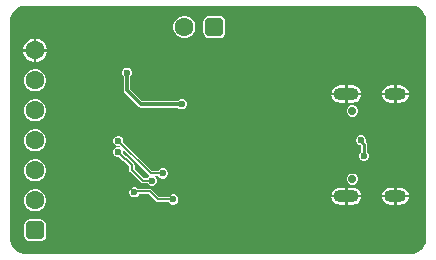
<source format=gbr>
%TF.GenerationSoftware,Altium Limited,Altium Designer,24.1.2 (44)*%
G04 Layer_Physical_Order=2*
G04 Layer_Color=16711680*
%FSLAX45Y45*%
%MOMM*%
%TF.SameCoordinates,66D67B9E-EE8B-469C-A6B4-FAA81B9CD0F6*%
%TF.FilePolarity,Positive*%
%TF.FileFunction,Copper,L2,Bot,Signal*%
%TF.Part,Single*%
G01*
G75*
%TA.AperFunction,Conductor*%
%ADD27C,0.20000*%
%ADD28C,0.30000*%
%ADD30C,0.25000*%
%TA.AperFunction,ComponentPad*%
%ADD31O,2.15000X1.05000*%
%ADD32O,1.85000X1.05000*%
%ADD33C,0.70000*%
%ADD34C,1.60000*%
G04:AMPARAMS|DCode=35|XSize=1.6mm|YSize=1.6mm|CornerRadius=0.4mm|HoleSize=0mm|Usage=FLASHONLY|Rotation=90.000|XOffset=0mm|YOffset=0mm|HoleType=Round|Shape=RoundedRectangle|*
%AMROUNDEDRECTD35*
21,1,1.60000,0.80000,0,0,90.0*
21,1,0.80000,1.60000,0,0,90.0*
1,1,0.80000,0.40000,0.40000*
1,1,0.80000,0.40000,-0.40000*
1,1,0.80000,-0.40000,-0.40000*
1,1,0.80000,-0.40000,0.40000*
%
%ADD35ROUNDEDRECTD35*%
G04:AMPARAMS|DCode=36|XSize=1.6mm|YSize=1.6mm|CornerRadius=0.4mm|HoleSize=0mm|Usage=FLASHONLY|Rotation=180.000|XOffset=0mm|YOffset=0mm|HoleType=Round|Shape=RoundedRectangle|*
%AMROUNDEDRECTD36*
21,1,1.60000,0.80000,0,0,180.0*
21,1,0.80000,1.60000,0,0,180.0*
1,1,0.80000,-0.40000,0.40000*
1,1,0.80000,0.40000,0.40000*
1,1,0.80000,0.40000,-0.40000*
1,1,0.80000,-0.40000,-0.40000*
%
%ADD36ROUNDEDRECTD36*%
%TA.AperFunction,ViaPad*%
%ADD37C,0.60000*%
G36*
X17180045Y7325120D02*
X17203157Y7315546D01*
X17223956Y7301648D01*
X17241647Y7283958D01*
X17255545Y7263158D01*
X17265118Y7240045D01*
X17270000Y7215509D01*
Y7203001D01*
Y5357000D01*
Y5344491D01*
X17265118Y5319955D01*
X17255545Y5296843D01*
X17241647Y5276042D01*
X17223956Y5258352D01*
X17203156Y5244454D01*
X17180045Y5234880D01*
X17155508Y5230000D01*
X13864491D01*
X13839955Y5234880D01*
X13816843Y5244454D01*
X13796042Y5258352D01*
X13778352Y5276042D01*
X13764455Y5296843D01*
X13754880Y5319955D01*
X13750000Y5344491D01*
Y5357000D01*
Y7203000D01*
Y7215509D01*
X13754880Y7240045D01*
X13764455Y7263157D01*
X13778352Y7283958D01*
X13796042Y7301647D01*
X13816843Y7315546D01*
X13839955Y7325119D01*
X13864491Y7330000D01*
X13877000D01*
X17142999Y7330000D01*
X17155508D01*
X17180045Y7325120D01*
D02*
G37*
%LPC*%
G36*
X15235204Y7242700D02*
X15210796D01*
X15187219Y7236382D01*
X15166081Y7224178D01*
X15148822Y7206919D01*
X15136618Y7185781D01*
X15130299Y7162204D01*
Y7137796D01*
X15136618Y7114219D01*
X15148822Y7093081D01*
X15166081Y7075822D01*
X15187219Y7063618D01*
X15210796Y7057300D01*
X15235204D01*
X15258781Y7063618D01*
X15279919Y7075822D01*
X15297179Y7093081D01*
X15309383Y7114219D01*
X15315700Y7137796D01*
Y7162204D01*
X15309383Y7185781D01*
X15297179Y7206919D01*
X15279919Y7224178D01*
X15258781Y7236382D01*
X15235204Y7242700D01*
D02*
G37*
G36*
X15517000Y7243732D02*
X15437000D01*
X15416438Y7239642D01*
X15399007Y7227994D01*
X15387358Y7210562D01*
X15383269Y7190000D01*
Y7110000D01*
X15387358Y7089437D01*
X15399007Y7072005D01*
X15416438Y7060358D01*
X15437000Y7056268D01*
X15517000D01*
X15537563Y7060358D01*
X15554996Y7072005D01*
X15566643Y7089437D01*
X15570732Y7110000D01*
Y7190000D01*
X15566643Y7210562D01*
X15554996Y7227994D01*
X15537563Y7239642D01*
X15517000Y7243732D01*
D02*
G37*
G36*
X13973164Y7052000D02*
X13970001D01*
Y6962000D01*
X14060001D01*
Y6965165D01*
X14053185Y6990598D01*
X14040021Y7013401D01*
X14021400Y7032020D01*
X13998598Y7045185D01*
X13973164Y7052000D01*
D02*
G37*
G36*
X13950002D02*
X13946835D01*
X13921402Y7045185D01*
X13898599Y7032020D01*
X13879980Y7013401D01*
X13866815Y6990598D01*
X13860001Y6965165D01*
Y6962000D01*
X13950002D01*
Y7052000D01*
D02*
G37*
G36*
X14060001Y6942000D02*
X13970001D01*
Y6852000D01*
X13973164D01*
X13998598Y6858815D01*
X14021400Y6871980D01*
X14040021Y6890599D01*
X14053185Y6913402D01*
X14060001Y6938835D01*
Y6942000D01*
D02*
G37*
G36*
X13950002D02*
X13860001D01*
Y6938835D01*
X13866815Y6913402D01*
X13879980Y6890599D01*
X13898599Y6871980D01*
X13921402Y6858815D01*
X13946835Y6852000D01*
X13950002D01*
Y6942000D01*
D02*
G37*
G36*
X13972205Y6790700D02*
X13947797D01*
X13924219Y6784382D01*
X13903081Y6772178D01*
X13885822Y6754919D01*
X13873618Y6733781D01*
X13867300Y6710204D01*
Y6685796D01*
X13873618Y6662219D01*
X13885822Y6641081D01*
X13903081Y6623822D01*
X13924219Y6611618D01*
X13947797Y6605300D01*
X13972205D01*
X13995781Y6611618D01*
X14016919Y6623822D01*
X14034178Y6641081D01*
X14046382Y6662219D01*
X14052699Y6685796D01*
Y6710204D01*
X14046382Y6733781D01*
X14034178Y6754919D01*
X14016919Y6772178D01*
X13995781Y6784382D01*
X13972205Y6790700D01*
D02*
G37*
G36*
X16650000Y6655125D02*
X16605000D01*
Y6591999D01*
X16721809D01*
X16720634Y6600926D01*
X16713329Y6618563D01*
X16701707Y6633707D01*
X16686563Y6645328D01*
X16668925Y6652634D01*
X16650000Y6655125D01*
D02*
G37*
G36*
X17050000D02*
X17020000D01*
Y6591999D01*
X17121809D01*
X17120634Y6600926D01*
X17113329Y6618563D01*
X17101707Y6633707D01*
X17086563Y6645328D01*
X17068925Y6652634D01*
X17050000Y6655125D01*
D02*
G37*
G36*
X17000000D02*
X16970000D01*
X16951074Y6652634D01*
X16933437Y6645328D01*
X16918294Y6633707D01*
X16906673Y6618563D01*
X16899367Y6600926D01*
X16898190Y6591999D01*
X17000000D01*
Y6655125D01*
D02*
G37*
G36*
X16585001D02*
X16539999D01*
X16521074Y6652634D01*
X16503436Y6645328D01*
X16488293Y6633707D01*
X16476672Y6618563D01*
X16469366Y6600926D01*
X16468192Y6591999D01*
X16585001D01*
Y6655125D01*
D02*
G37*
G36*
X17121809Y6571999D02*
X17020000D01*
Y6508874D01*
X17050000D01*
X17068925Y6511366D01*
X17086563Y6518671D01*
X17101707Y6530292D01*
X17113329Y6545437D01*
X17120634Y6563073D01*
X17121809Y6571999D01*
D02*
G37*
G36*
X17000000D02*
X16898190D01*
X16899367Y6563073D01*
X16906673Y6545437D01*
X16918294Y6530292D01*
X16933437Y6518671D01*
X16951074Y6511366D01*
X16970000Y6508874D01*
X17000000D01*
Y6571999D01*
D02*
G37*
G36*
X16721809D02*
X16605000D01*
Y6508874D01*
X16650000D01*
X16668925Y6511366D01*
X16686563Y6518671D01*
X16701707Y6530292D01*
X16713329Y6545437D01*
X16720634Y6563073D01*
X16721809Y6571999D01*
D02*
G37*
G36*
X16585001D02*
X16468192D01*
X16469366Y6563073D01*
X16476672Y6545437D01*
X16488293Y6530292D01*
X16503436Y6518671D01*
X16521074Y6511366D01*
X16539999Y6508874D01*
X16585001D01*
Y6571999D01*
D02*
G37*
G36*
X14745581Y6806217D02*
X14728593D01*
X14712900Y6799716D01*
X14700888Y6787704D01*
X14694386Y6772010D01*
Y6755023D01*
X14700888Y6739329D01*
X14708844Y6731373D01*
Y6612914D01*
X14708844Y6612913D01*
X14710994Y6602104D01*
X14717116Y6592942D01*
X14833946Y6476112D01*
X14843109Y6469990D01*
X14853917Y6467840D01*
X15168156D01*
X15176112Y6459883D01*
X15191808Y6453383D01*
X15208794D01*
X15224487Y6459883D01*
X15236501Y6471895D01*
X15243001Y6487589D01*
Y6504576D01*
X15236501Y6520270D01*
X15224487Y6532282D01*
X15208794Y6538782D01*
X15191808D01*
X15176112Y6532282D01*
X15168156Y6524325D01*
X14865616D01*
X14765331Y6624611D01*
Y6731373D01*
X14773286Y6739329D01*
X14779787Y6755023D01*
Y6772010D01*
X14773286Y6787704D01*
X14761275Y6799716D01*
X14745581Y6806217D01*
D02*
G37*
G36*
X16654488Y6486700D02*
X16635512D01*
X16617979Y6479438D01*
X16604562Y6466020D01*
X16597301Y6448488D01*
Y6429512D01*
X16604562Y6411980D01*
X16617979Y6398562D01*
X16635512Y6391300D01*
X16654488D01*
X16672020Y6398562D01*
X16685439Y6411980D01*
X16692700Y6429512D01*
Y6448488D01*
X16685439Y6466020D01*
X16672020Y6479438D01*
X16654488Y6486700D01*
D02*
G37*
G36*
X13972205Y6536700D02*
X13947797D01*
X13924219Y6530382D01*
X13903081Y6518178D01*
X13885822Y6500919D01*
X13873618Y6479781D01*
X13867300Y6456204D01*
Y6431796D01*
X13873618Y6408219D01*
X13885822Y6387081D01*
X13903081Y6369822D01*
X13924219Y6357618D01*
X13947797Y6351300D01*
X13972205D01*
X13995781Y6357618D01*
X14016919Y6369822D01*
X14034178Y6387081D01*
X14046382Y6408219D01*
X14052699Y6431796D01*
Y6456204D01*
X14046382Y6479781D01*
X14034178Y6500919D01*
X14016919Y6518178D01*
X13995781Y6530382D01*
X13972205Y6536700D01*
D02*
G37*
G36*
Y6282700D02*
X13947797D01*
X13924219Y6276382D01*
X13903081Y6264178D01*
X13885822Y6246919D01*
X13873618Y6225781D01*
X13867300Y6202204D01*
Y6177796D01*
X13873618Y6154219D01*
X13885822Y6133081D01*
X13903081Y6115822D01*
X13924219Y6103618D01*
X13947797Y6097300D01*
X13972205D01*
X13995781Y6103618D01*
X14016919Y6115822D01*
X14034178Y6133081D01*
X14046382Y6154219D01*
X14052699Y6177796D01*
Y6202204D01*
X14046382Y6225781D01*
X14034178Y6246919D01*
X14016919Y6264178D01*
X13995781Y6276382D01*
X13972205Y6282700D01*
D02*
G37*
G36*
X16728494Y6232700D02*
X16711507D01*
X16695813Y6226199D01*
X16683801Y6214187D01*
X16677299Y6198494D01*
Y6181507D01*
X16683801Y6165813D01*
X16695813Y6153801D01*
X16711507Y6147300D01*
X16716862D01*
Y6092900D01*
X16706355Y6082395D01*
X16699855Y6066701D01*
Y6049714D01*
X16706355Y6034020D01*
X16718369Y6022008D01*
X16734062Y6015507D01*
X16751048D01*
X16766743Y6022008D01*
X16778754Y6034020D01*
X16785255Y6049714D01*
Y6066701D01*
X16778754Y6082395D01*
X16768250Y6092900D01*
Y6157974D01*
X16766293Y6167807D01*
X16760722Y6176142D01*
X16760550Y6176316D01*
X16762700Y6181507D01*
Y6198494D01*
X16756200Y6214187D01*
X16744186Y6226199D01*
X16728494Y6232700D01*
D02*
G37*
G36*
X14672549Y6226755D02*
X14655560D01*
X14639868Y6220254D01*
X14627856Y6208243D01*
X14621355Y6192549D01*
Y6175562D01*
X14627856Y6159868D01*
X14639868Y6147856D01*
X14655560Y6141355D01*
X14672549D01*
X14673592Y6141787D01*
X14921744Y5893634D01*
X14929253Y5888617D01*
X14930872Y5888295D01*
X14925813Y5886199D01*
X14913802Y5874188D01*
X14913370Y5873145D01*
X14879587D01*
X14801971Y5950760D01*
Y5984431D01*
X14800211Y5993288D01*
X14798544Y5995780D01*
X14795192Y6000797D01*
X14746236Y6049754D01*
X14738725Y6054772D01*
X14729869Y6056533D01*
X14726198D01*
X14702267Y6080464D01*
X14702699Y6081507D01*
Y6098494D01*
X14696199Y6114187D01*
X14684187Y6126199D01*
X14668494Y6132700D01*
X14651506D01*
X14635812Y6126199D01*
X14623801Y6114187D01*
X14617300Y6098494D01*
Y6081507D01*
X14623801Y6065813D01*
X14635812Y6053801D01*
X14651506Y6047300D01*
X14668494D01*
X14669536Y6047732D01*
X14700246Y6017023D01*
X14707755Y6012006D01*
X14716611Y6010244D01*
X14720282D01*
X14755682Y5974844D01*
Y5941173D01*
X14757443Y5932316D01*
X14762460Y5924808D01*
X14853635Y5833634D01*
X14861142Y5828617D01*
X14870000Y5826856D01*
X14913370D01*
X14913802Y5825813D01*
X14925813Y5813801D01*
X14941507Y5807300D01*
X14958495D01*
X14974187Y5813801D01*
X14986198Y5825813D01*
X14992700Y5841507D01*
Y5858494D01*
X14986198Y5874188D01*
X14974187Y5886199D01*
X14972604Y5886855D01*
X15003369D01*
X15003801Y5885813D01*
X15015813Y5873801D01*
X15031506Y5867300D01*
X15048492D01*
X15064188Y5873801D01*
X15076199Y5885813D01*
X15082700Y5901507D01*
Y5918494D01*
X15076199Y5934188D01*
X15064188Y5946199D01*
X15048492Y5952700D01*
X15031506D01*
X15015813Y5946199D01*
X15003801Y5934188D01*
X15003369Y5933145D01*
X14947697D01*
X14706323Y6174519D01*
X14706755Y6175562D01*
Y6192549D01*
X14700253Y6208243D01*
X14688242Y6220254D01*
X14672549Y6226755D01*
D02*
G37*
G36*
X13972205Y6028700D02*
X13947797D01*
X13924219Y6022382D01*
X13903081Y6010178D01*
X13885822Y5992919D01*
X13873618Y5971781D01*
X13867300Y5948204D01*
Y5923796D01*
X13873618Y5900219D01*
X13885822Y5879081D01*
X13903081Y5861822D01*
X13924219Y5849618D01*
X13947797Y5843300D01*
X13972205D01*
X13995781Y5849618D01*
X14016919Y5861822D01*
X14034178Y5879081D01*
X14046382Y5900219D01*
X14052699Y5923796D01*
Y5948204D01*
X14046382Y5971781D01*
X14034178Y5992919D01*
X14016919Y6010178D01*
X13995781Y6022382D01*
X13972205Y6028700D01*
D02*
G37*
G36*
X16654488Y5908700D02*
X16635512D01*
X16617979Y5901438D01*
X16604562Y5888020D01*
X16597301Y5870488D01*
Y5851512D01*
X16604562Y5833980D01*
X16617979Y5820562D01*
X16635512Y5813300D01*
X16654488D01*
X16672020Y5820562D01*
X16685439Y5833980D01*
X16692700Y5851512D01*
Y5870488D01*
X16685439Y5888020D01*
X16672020Y5901438D01*
X16654488Y5908700D01*
D02*
G37*
G36*
X16650000Y5791126D02*
X16605000D01*
Y5728000D01*
X16721809D01*
X16720634Y5736926D01*
X16713329Y5754563D01*
X16701707Y5769708D01*
X16686563Y5781329D01*
X16668925Y5788634D01*
X16650000Y5791126D01*
D02*
G37*
G36*
X17050000D02*
X17020000D01*
Y5728000D01*
X17121809D01*
X17120634Y5736926D01*
X17113329Y5754563D01*
X17101707Y5769708D01*
X17086563Y5781329D01*
X17068925Y5788634D01*
X17050000Y5791126D01*
D02*
G37*
G36*
X17000000D02*
X16970000D01*
X16951074Y5788634D01*
X16933437Y5781329D01*
X16918294Y5769708D01*
X16906673Y5754563D01*
X16899367Y5736926D01*
X16898190Y5728000D01*
X17000000D01*
Y5791126D01*
D02*
G37*
G36*
X16585001D02*
X16539999D01*
X16521074Y5788634D01*
X16503436Y5781329D01*
X16488293Y5769708D01*
X16476672Y5754563D01*
X16469366Y5736926D01*
X16468192Y5728000D01*
X16585001D01*
Y5791126D01*
D02*
G37*
G36*
X14808495Y5792700D02*
X14791507D01*
X14775813Y5786199D01*
X14763802Y5774187D01*
X14757300Y5758493D01*
Y5741506D01*
X14763802Y5725813D01*
X14775813Y5713801D01*
X14791507Y5707300D01*
X14808495D01*
X14824188Y5713801D01*
X14836198Y5725813D01*
X14839801Y5734509D01*
X14922760D01*
X14983633Y5673634D01*
X14991142Y5668617D01*
X15000000Y5666855D01*
X15093369D01*
X15093800Y5665813D01*
X15105814Y5653801D01*
X15121506Y5647300D01*
X15138493D01*
X15154187Y5653801D01*
X15166199Y5665813D01*
X15172701Y5681507D01*
Y5698494D01*
X15166199Y5714187D01*
X15154187Y5726199D01*
X15138493Y5732700D01*
X15121506D01*
X15105814Y5726199D01*
X15093800Y5714187D01*
X15093369Y5713145D01*
X15009587D01*
X14948712Y5774019D01*
X14941203Y5779036D01*
X14932347Y5780798D01*
X14829588D01*
X14824188Y5786199D01*
X14808495Y5792700D01*
D02*
G37*
G36*
X17121809Y5708001D02*
X17020000D01*
Y5644874D01*
X17050000D01*
X17068925Y5647366D01*
X17086563Y5654671D01*
X17101707Y5666292D01*
X17113329Y5681437D01*
X17120634Y5699074D01*
X17121809Y5708001D01*
D02*
G37*
G36*
X17000000D02*
X16898190D01*
X16899367Y5699074D01*
X16906673Y5681437D01*
X16918294Y5666292D01*
X16933437Y5654671D01*
X16951074Y5647366D01*
X16970000Y5644874D01*
X17000000D01*
Y5708001D01*
D02*
G37*
G36*
X16721809D02*
X16605000D01*
Y5644874D01*
X16650000D01*
X16668925Y5647366D01*
X16686563Y5654671D01*
X16701707Y5666292D01*
X16713329Y5681437D01*
X16720634Y5699074D01*
X16721809Y5708001D01*
D02*
G37*
G36*
X16585001D02*
X16468192D01*
X16469366Y5699074D01*
X16476672Y5681437D01*
X16488293Y5666292D01*
X16503436Y5654671D01*
X16521074Y5647366D01*
X16539999Y5644874D01*
X16585001D01*
Y5708001D01*
D02*
G37*
G36*
X13972205Y5774700D02*
X13947797D01*
X13924219Y5768382D01*
X13903081Y5756178D01*
X13885822Y5738919D01*
X13873618Y5717781D01*
X13867300Y5694204D01*
Y5669796D01*
X13873618Y5646219D01*
X13885822Y5625081D01*
X13903081Y5607822D01*
X13924219Y5595618D01*
X13947797Y5589300D01*
X13972205D01*
X13995781Y5595618D01*
X14016919Y5607822D01*
X14034178Y5625081D01*
X14046382Y5646219D01*
X14052699Y5669796D01*
Y5694204D01*
X14046382Y5717781D01*
X14034178Y5738919D01*
X14016919Y5756178D01*
X13995781Y5768382D01*
X13972205Y5774700D01*
D02*
G37*
G36*
X14000000Y5521732D02*
X13920000D01*
X13899438Y5517642D01*
X13882005Y5505995D01*
X13870358Y5488563D01*
X13866267Y5468000D01*
Y5388000D01*
X13870358Y5367438D01*
X13882005Y5350006D01*
X13899438Y5338358D01*
X13920000Y5334268D01*
X14000000D01*
X14020563Y5338358D01*
X14037994Y5350006D01*
X14049641Y5367438D01*
X14053732Y5388000D01*
Y5468000D01*
X14049641Y5488563D01*
X14037994Y5505995D01*
X14020563Y5517642D01*
X14000000Y5521732D01*
D02*
G37*
%LPD*%
D27*
X15000000Y5690000D02*
X15130000D01*
X14664055Y6184055D02*
X14938110Y5910000D01*
X14660001Y6090000D02*
X14716611Y6033389D01*
X14729869D01*
X14778827Y5984431D01*
Y5941173D02*
Y5984431D01*
X14938110Y5910000D02*
X15039999D01*
X14778827Y5941173D02*
X14870000Y5850000D01*
X14950000D01*
X14932347Y5757653D02*
X15000000Y5690000D01*
X14807654Y5757653D02*
X14932347D01*
X14800000Y5750000D02*
X14807654Y5757653D01*
D28*
X14737086Y6612913D02*
Y6763517D01*
Y6612913D02*
X14853917Y6496083D01*
X15200301D01*
D30*
X16720000Y6180529D02*
X16742555Y6157974D01*
Y6058207D02*
Y6157974D01*
X16720000Y6180529D02*
Y6190000D01*
D31*
X16595000Y6582000D02*
D03*
Y5718000D02*
D03*
D32*
X17010001Y6582000D02*
D03*
Y5718000D02*
D03*
D33*
X16645000Y6439000D02*
D03*
Y5861000D02*
D03*
D34*
X13960001Y6952000D02*
D03*
Y6698000D02*
D03*
Y6190000D02*
D03*
Y5682000D02*
D03*
Y5936000D02*
D03*
Y6444000D02*
D03*
X15223000Y7150000D02*
D03*
D35*
X13960001Y5428000D02*
D03*
D36*
X15477000Y7150000D02*
D03*
D37*
X16360001Y6240000D02*
D03*
X16742555Y6058207D02*
D03*
X15716341Y5948058D02*
D03*
X15130000Y5690000D02*
D03*
X14737086Y6763517D02*
D03*
X15200301Y6496083D02*
D03*
X14664055Y6184055D02*
D03*
X14660001Y6090000D02*
D03*
X14950000Y5850000D02*
D03*
X14789999Y6440000D02*
D03*
X15039999Y5910000D02*
D03*
X14800000Y5750000D02*
D03*
X15920000Y6180000D02*
D03*
X16720000Y6190000D02*
D03*
X15860001Y6370000D02*
D03*
X15800000Y6630000D02*
D03*
X16360001Y5830000D02*
D03*
X14810001Y6930000D02*
D03*
X15088251Y6582216D02*
D03*
X15620000Y6370000D02*
D03*
X16439999Y5540000D02*
D03*
X16410001Y6470000D02*
D03*
X17110001Y7060000D02*
D03*
X16439999Y6780000D02*
D03*
X14370000Y5980000D02*
D03*
Y6910000D02*
D03*
%TF.MD5,e3bfac140c677a6c0c5c93cd0373c827*%
M02*

</source>
